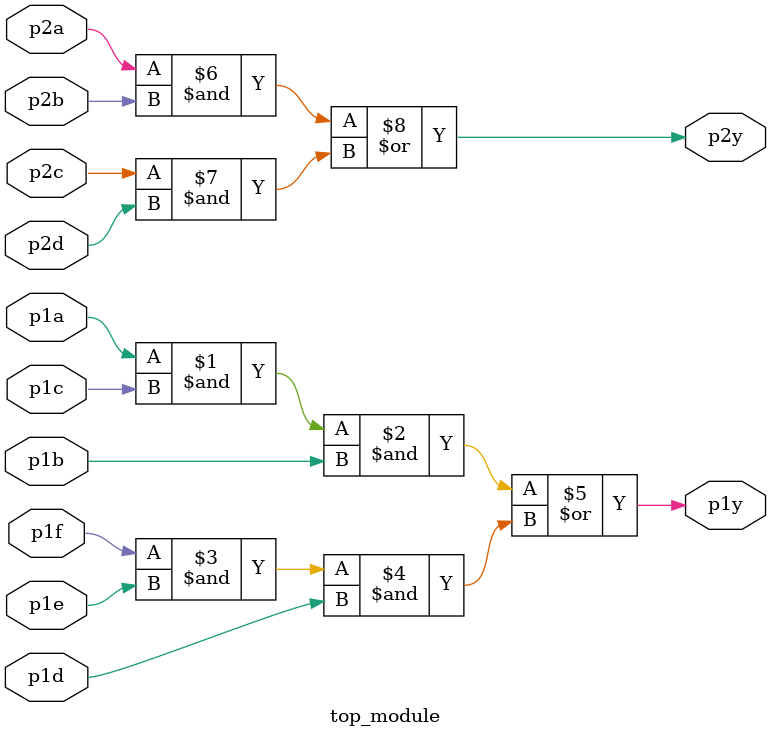
<source format=v>
module top_module ( 
    input p1a, p1b, p1c, p1d, p1e, p1f,
    output p1y,
    input p2a, p2b, p2c, p2d,
    output p2y );

    assign p1y = (p1a & p1c & p1b) | (p1f & p1e & p1d);
    assign p2y = (p2a & p2b) | (p2c & p2d);

endmodule
</source>
